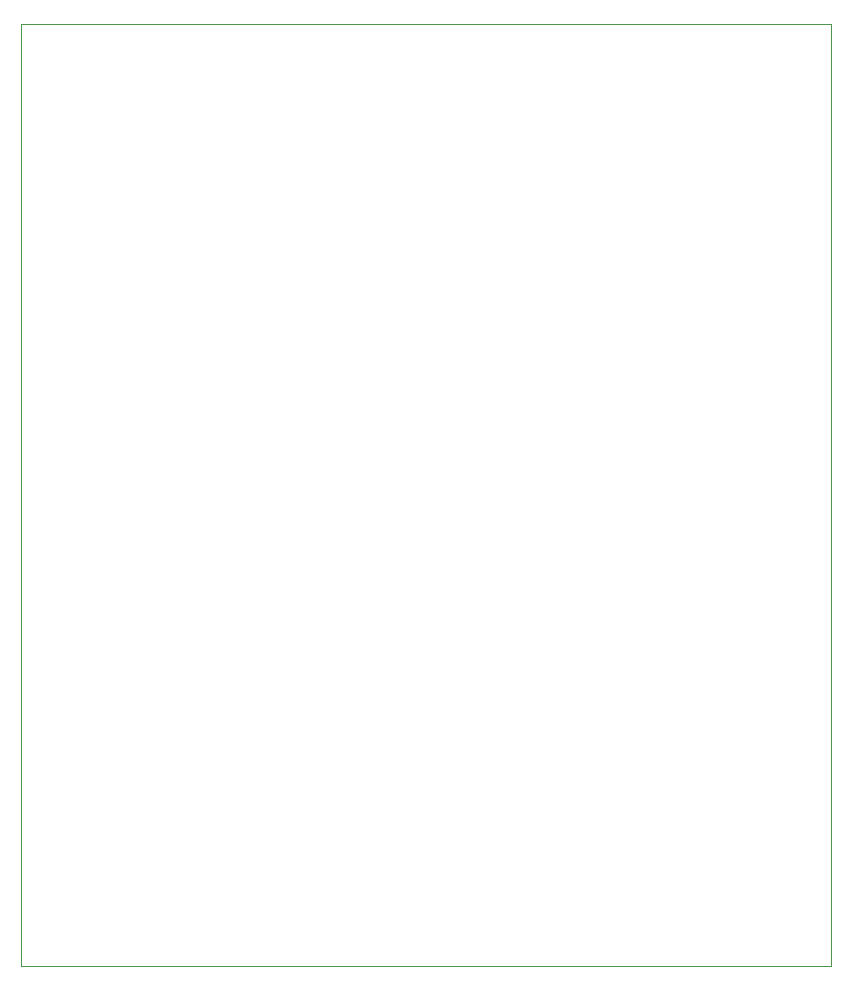
<source format=gbr>
%TF.GenerationSoftware,KiCad,Pcbnew,(5.1.9)-1*%
%TF.CreationDate,2021-08-09T15:54:16+01:00*%
%TF.ProjectId,OpenFlopsShort,4f70656e-466c-46f7-9073-53686f72742e,rev?*%
%TF.SameCoordinates,Original*%
%TF.FileFunction,Profile,NP*%
%FSLAX46Y46*%
G04 Gerber Fmt 4.6, Leading zero omitted, Abs format (unit mm)*
G04 Created by KiCad (PCBNEW (5.1.9)-1) date 2021-08-09 15:54:16*
%MOMM*%
%LPD*%
G01*
G04 APERTURE LIST*
%TA.AperFunction,Profile*%
%ADD10C,0.100000*%
%TD*%
G04 APERTURE END LIST*
D10*
X105664000Y-133159500D02*
X105664000Y-132905500D01*
X174244000Y-133159500D02*
X174244000Y-132905500D01*
X105664000Y-132905500D02*
X105664000Y-53403500D01*
X174244000Y-133159500D02*
X105664000Y-133159500D01*
X174244000Y-53403500D02*
X174244000Y-132905500D01*
X105664000Y-53403500D02*
X174244000Y-53403500D01*
M02*

</source>
